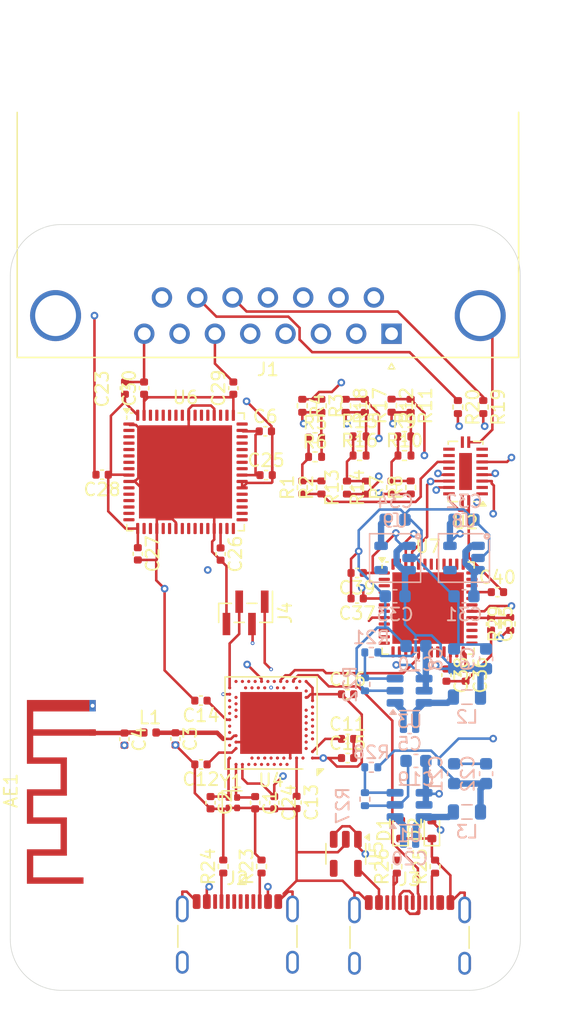
<source format=kicad_pcb>
(kicad_pcb (version 20241229) (generator "pcbnew") (generator_version "9.0")
  (layers (0 "F.Cu" signal) (4 "In1.Cu" signal) (6 "In2.Cu" signal) (8 "In3.Cu" signal) (10 "In4.Cu" signal) (2 "B.Cu" signal) (13 "F.Paste" user) (15 "B.Paste" user) (5 "F.SilkS" user "F.Silkscreen") (7 "B.SilkS" user "B.Silkscreen") (1 "F.Mask" user) (3 "B.Mask" user) (25 "Edge.Cuts" user))
  (net 0 "")
  (net 1 "Net-(U1-SW)")
  (net 2 "Net-(U1-CB)")
  (net 3 "+1V8")
  (net 4 "Net-(U1-FB)")
  (net 5 "/reset_b")
  (net 6 "/c_sel_inc")
  (net 7 "/c_rst_n")
  (net 8 "/c_ena")
  (net 9 "/RES2")
  (net 10 "/RES0")
  (net 11 "/RES1")
  (net 20 "/p_clk")
  (net 30 "/p_rst")
  (net 49 "GND")
  (net 50 "Net-(R1-Pad2)")
  (net 51 "Net-(R10-Pad1)")
  (net 52 "Net-(R13-Pad2)")
  (net 53 "Net-(AE1-A)")
  (net 54 "Net-(U4-XC2)")
  (net 67 "Net-(U4-XC1)")
  (net 72 "Net-(U4-ANT)")
  (net 97 "Net-(U3-CB)")
  (net 98 "Net-(U3-SW)")
  (net 99 "+3V3")
  (net 101 "/DEC1")
  (net 102 "/DEC3")
  (net 103 "/DEC4_6")
  (net 104 "/DEC5")
  (net 105 "/D+")
  (net 106 "/D-")
  (net 107 "Net-(J1-Pad14)")
  (net 108 "/VGA_R")
  (net 109 "/VGA_G")
  (net 110 "Net-(J1-Pad13)")
  (net 111 "/VGA_B")
  (net 112 "+5V")
  (net 113 "Net-(J2-CC2)")
  (net 114 "Net-(J2-CC1)")
  (net 115 "Net-(U5-OUT)")
  (net 116 "Net-(J3-CC2)")
  (net 117 "Net-(J3-CC1)")
  (net 118 "Net-(J4-Pin_2)")
  (net 119 "Net-(J4-Pin_1)")
  (net 120 "Net-(J4-Pin_3)")
  (net 121 "/R0")
  (net 122 "/R1")
  (net 123 "/G0")
  (net 124 "/G1")
  (net 125 "/B0")
  (net 126 "/B1")
  (net 127 "/HSYNC")
  (net 128 "/VSYNC")
  (net 129 "Net-(U3-FB)")
  (net 131 "/DECUSB")
  (net 151 "+1V2")
  (net 152 "+2V5")
  (net 153 "Net-(U7D-VCCPLL)")
  (net 154 "/FPGA_B1")
  (net 155 "/FPGA_B0")
  (net 156 "/FPGA_R0")
  (net 157 "/FPGA_G0")
  (net 158 "/FPGA_G1")
  (net 159 "/FPGA_R1")
  (net 160 "/FPGA_VSYNC")
  (net 161 "/FPGA_HSYNC")
  (net 162 "/FPGA_SI")
  (net 163 "/FPGA_SCK")
  (net 164 "/FPGA_SO")
  (net 165 "/CRESET")
  (net 166 "/ASIC_TX_MCU_RX")
  (net 167 "/FPGA_SS")
  (net 168 "/ASIC_RX_MCU_TX")
  (net 169 "/CDONE")
  (net 171 "/ASIC_TX_FPGA_RX")
  (net 172 "/ASIC_RX_FPGA_TX")
  (footprint "Capacitor_SMD:C_0402_1005Metric" (layer "F.Cu") (at 119.29 111.0175 -90)
    (property "Reference" "C26")
    (property "Value" "1u")
  )
  (footprint "Capacitor_SMD:C_0402_1005Metric" (layer "F.Cu") (at 115.75 125.5 -90)
    (property "Reference" "C3")
    (property "Value" "0.8p")
  )
  (footprint "Resistor_SMD:R_0402_1005Metric" (layer "F.Cu") (at 129.2 105.81 90)
    (property "Reference" "R13")
    (property "Value" "1.5k")
  )
  (footprint "Diode_SMD:D_SOD-523" (layer "F.Cu") (at 133.41 132.605 90)
    (property "Reference" "D1")
    (property "Value" "ESD5B5.0ST1G")
  )
  (footprint "Package_TO_SOT_SMD:SOT-23-5" (layer "F.Cu") (at 129.11 134.505 -90)
    (property "Reference" "U5")
    (property "Value" "MAX40200AUK")
  )
  (footprint "Capacitor_SMD:C_0402_1005Metric" (layer "F.Cu") (at 122 130.5 -90)
    (property "Reference" "C1")
    (property "Value" "12p")
  )
  (footprint "Resistor_SMD:R_0402_1005Metric" (layer "F.Cu") (at 142 116.49 90)
    (property "Reference" "R29")
    (property "Value" "100")
  )
  (footprint "Capacitor_SMD:C_0402_1005Metric" (layer "F.Cu") (at 129.25 127)
    (property "Reference" "C15")
    (property "Value" "1u")
  )
  (footprint "Resistor_SMD:R_0402_1005Metric" (layer "F.Cu") (at 133.11 135.505 90)
    (property "Reference" "R26")
    (property "Value" "5.1k")
  )
  (footprint "Resistor_SMD:R_0402_1005Metric" (layer "F.Cu") (at 125.7 99.4 -90)
    (property "Reference" "R4")
    (property "Value" "470")
  )
  (footprint "Capacitor_SMD:C_0402_1005Metric" (layer "F.Cu") (at 129.25 125.5)
    (property "Reference" "C11")
    (property "Value" "100n")
  )
  (footprint "Capacitor_SMD:C_0402_1005Metric" (layer "F.Cu") (at 137 120.5 -90)
    (property "Reference" "C38")
    (property "Value" "100n")
  )
  (footprint "Resistor_SMD:R_0402_1005Metric" (layer "F.Cu") (at 134.2 105.8 90)
    (property "Reference" "R8")
    (property "Value" "470")
  )
  (footprint "Resistor_SMD:R_0402_1005Metric" (layer "F.Cu") (at 130.69 105.81 90)
    (property "Reference" "R14")
    (property "Value" "470")
  )
  (footprint "Resistor_SMD:R_0402_1005Metric" (layer "F.Cu") (at 127.2 105.8 90)
    (property "Reference" "R2")
    (property "Value" "470")
  )
  (footprint "RF_Antenna:Texas_SWRA117D_2.4GHz_Left" (layer "F.Cu") (at 109.25 125 90)
    (property "Reference" "AE1")
    (property "Value" "Antenna")
  )
  (footprint "Inductor_SMD:L_0402_1005Metric" (layer "F.Cu") (at 113.75 125)
    (property "Reference" "L1")
    (property "Value" "4.7n")
  )
  (footprint "Resistor_SMD:R_0402_1005Metric" (layer "F.Cu") (at 133.7 101.8)
    (property "Reference" "R9")
    (property "Value" "470")
  )
  (footprint "Capacitor_SMD:C_0402_1005Metric" (layer "F.Cu") (at 122.8 101.4)
    (property "Reference" "C6")
    (property "Value" "1u")
  )
  (footprint "Capacitor_SMD:C_0402_1005Metric" (layer "F.Cu") (at 141 114)
    (property "Reference" "C40")
    (property "Value" "100n")
  )
  (footprint "Resistor_SMD:R_0402_1005Metric" (layer "F.Cu") (at 129.1 99.4 -90)
    (property "Reference" "R18")
    (property "Value" "470")
  )
  (footprint "Capacitor_SMD:C_0402_1005Metric" (layer "F.Cu") (at 118.5 130.5 -90)
    (property "Reference" "C2")
    (property "Value" "12p")
  )
  (footprint "Connector_USB:USB_C_Receptacle_GCT_USB4105-xx-A_16P_TopMnt_Horizontal" (layer "F.Cu") (at 134.11 142.005)
    (property "Reference" "J3")
    (property "Value" "USB_C_Receptacle_USB2.0_14P")
  )
  (footprint "Resistor_SMD:R_0402_1005Metric" (layer "F.Cu") (at 130.19 101.8)
    (property "Reference" "R15")
    (property "Value" "470")
  )
  (footprint "Package_DFN_QFN:Nordic_AQFN-73-1EP_7x7mm_P0.5mm" (layer "F.Cu") (at 123.25 124.25 180)
    (property "Reference" "U4")
    (property "Value" "nRF52840")
  )
  (footprint "Resistor_SMD:R_0402_1005Metric" (layer "F.Cu") (at 126.7 101.9)
    (property "Reference" "R5")
    (property "Value" "1.5k")
  )
  (footprint "Capacitor_SMD:C_0402_1005Metric" (layer "F.Cu") (at 113.29 98.0175 90)
    (property "Reference" "C30")
    (property "Value" "1u")
  )
  (footprint "Capacitor_SMD:C_0402_1005Metric" (layer "F.Cu") (at 117.75 122.5 180)
    (property "Reference" "C14")
    (property "Value" "860p")
  )
  (footprint "Capacitor_SMD:C_0402_1005Metric" (layer "F.Cu") (at 129.25 122)
    (property "Reference" "C16")
    (property "Value" "4.7u")
  )
  (footprint "Resistor_SMD:R_0402_1005Metric" (layer "F.Cu") (at 130.6 99.4 -90)
    (property "Reference" "R17")
    (property "Value" "1.5k")
  )
  (footprint "Capacitor_SMD:C_0402_1005Metric" (layer "F.Cu") (at 130 112.5 180)
    (property "Reference" "C39")
    (property "Value" "100n")
  )
  (footprint "Resistor_SMD:R_0402_1005Metric" (layer "F.Cu") (at 136.11 135.505 90)
    (property "Reference" "R25")
    (property "Value" "5.1k")
  )
  (footprint "Package_DFN_QFN:QFN-48-1EP_7x7mm_P0.5mm_EP5.6x5.6mm" (layer "F.Cu") (at 135.5625 115.25)
    (property "Reference" "U7")
    (property "Value" "ICE40UP5K-SG48ITR")
  )
  (footprint "Capacitor_SMD:C_0402_1005Metric" (layer "F.Cu") (at 111.79 98.0175 90)
    (property "Reference" "C23")
    (property "Value" "1u")
  )
  (footprint "Capacitor_SMD:C_0402_1005Metric" (layer "F.Cu") (at 138.5 120.5 -90)
    (property "Reference" "C36")
    (property "Value" "100n")
  )
  (footprint "Capacitor_SMD:C_0402_1005Metric" (layer "F.Cu") (at 123.5 130.5 -90)
    (property "Reference" "C24")
    (property "Value" "1u")
  )
  (footprint "Connector_Dsub:DSUB-15_Pins_Horizontal_P2.77x2.84mm_EdgePinOffset14.56mm_Housed_MountingHolesOffset15.98mm" (layer "F.Cu") (at 132.695 93.7553 180)
    (property "Reference" "J1")
    (property "Value" "DE15_Socket_HighDensity_MountingHoles")
  )
  (footprint "Capacitor_SMD:C_0402_1005Metric" (layer "F.Cu") (at 111.75 125.52 -90)
    (property "Reference" "C4")
    (property "Value" "0.5p")
  )
  (footprint "Package_DFN_QFN:QFN-64-1EP_9x9mm_P0.5mm_EP7.3x7.3mm" (layer "F.Cu") (at 116.54 104.58)
    (property "Reference" "U6")
    (property "Value" "Enplas QFN-64BT-0.5-01")
  )
  (footprint "Resistor_SMD:R_0402_1005Metric" (layer "F.Cu") (at 119.5 135.5 90)
    (property "Reference" "R24")
    (property "Value" "5.1k")
  )
  (footprint "Diode_SMD:D_SOD-523" (layer "F.Cu") (at 135.86 132.605 90)
    (property "Reference" "D2")
    (property "Value" "ESD5B5.0ST1G")
  )
  (footprint "Capacitor_SMD:C_0402_1005Metric" (layer "F.Cu") (at 125.25 130.48 -90)
    (property "Reference" "C13")
    (property "Value" "1u")
  )
  (footprint "Resistor_SMD:R_0402_1005Metric" (layer "F.Cu") (at 130.19 103.3)
    (property "Reference" "R16")
    (property "Value" "1.5k")
  )
  (footprint "Crystal:Crystal_SMD_1210-4Pin_1.2x1.0mm" (layer "F.Cu") (at 120.25 130.5)
    (property "Reference" "Y1")
    (property "Value" "32Mhz")
  )
  (footprint "Capacitor_SMD:C_0402_1005Metric" (layer "F.Cu") (at 112.8 111 -90)
    (property "Reference" "C27")
    (property "Value" "1u")
  )
  (footprint "Resistor_SMD:R_0402_1005Metric" (layer "F.Cu") (at 139.89 99.5 -90)
    (property "Reference" "R19")
    (property "Value" "50")
  )
  (footprint "Resistor_SMD:R_0402_1005Metric" (layer "F.Cu") (at 126.7 103.4)
    (property "Reference" "R6")
    (property "Value" "470")
  )
  (footprint "Package_DFN_QFN:WQFN-20-1EP_2.5x4.5mm_P0.5mm_EP1x2.9mm" (layer "F.Cu") (at 138.5 104.55 180)
    (property "Reference" "U2")
    (property "Value" "74AHC244")
  )
  (footprint "Capacitor_SMD:C_0402_1005Metric" (layer "F.Cu") (at 122.8616 104.8321)
    (property "Reference" "C25")
    (property "Value" "1u")
  )
  (footprint "Capacitor_SMD:C_0402_1005Metric" (layer "F.Cu") (at 110 104.8 180)
    (property "Reference" "C28")
    (property "Value" "1u")
  )
  (footprint "Resistor_SMD:R_0402_1005Metric" (layer "F.Cu") (at 133.71 103.3)
    (property "Reference" "R10")
    (property "Value" "1.5k")
  )
  (footprint "Resistor_SMD:R_0402_1005Metric" (layer "F.Cu") (at 132.7 99.39 -90)
    (property "Reference" "R12")
    (property "Value" "470")
  )
  (footprint "Resistor_SMD:R_0402_1005Metric" (layer "F.Cu") (at 125.7 105.8 90)
    (property "Reference" "R1")
    (property "Value" "1.5k")
  )
  (footprint "Resistor_SMD:R_0402_1005Metric" (layer "F.Cu") (at 122.5 135.5 90)
    (property "Reference" "R23")
    (property "Value" "5.1k")
  )
  (footprint "Resistor_SMD:R_0402_1005Metric" (layer "F.Cu") (at 132.7 105.8 90)
    (property "Reference" "R7")
    (property "Value" "1.5k")
  )
  (footprint "Resistor_SMD:R_0402_1005Metric" (layer "F.Cu") (at 134.19 99.4 -90)
    (property "Reference" "R11")
    (property "Value" "1.5k")
  )
  (footprint "Connector_PinHeader_1.00mm:PinHeader_1x04_P1.00mm_Vertical_SMD_Pin1Left" (layer "F.Cu") (at 121.25 115.625 -90)
    (property "Reference" "J4")
    (property "Value" "Conn_01x04_Pin")
  )
  (footprint "Resistor_SMD:R_0402_1005Metric" (layer "F.Cu") (at 127.19 99.4 -90)
    (property "Reference" "R3")
    (property "Value" "1.5k")
  )
  (footprint "Connector_USB:USB_C_Receptacle_GCT_USB4105-xx-A_16P_TopMnt_Horizontal" (layer "F.Cu") (at 120.61 141.925)
    (property "Reference" "J2")
    (property "Value" "USB_C_Receptacle_USB2.0_14P")
  )
  (footprint "Resistor_SMD:R_0402_1005Metric" (layer "F.Cu") (at 137.9 99.5 -90)
    (property "Reference" "R20")
    (property "Value" "50")
  )
  (footprint "Capacitor_SMD:C_0402_1005Metric" (layer "F.Cu") (at 130 114.5 180)
    (property "Reference" "C37")
    (property "Value" "100n")
  )
  (footprint "Capacitor_SMD:C_0402_1005Metric" (layer "F.Cu") (at 117.75 127.5 180)
    (property "Reference" "C12")
    (property "Value" "100p")
  )
  (footprint "Capacitor_SMD:C_0402_1005Metric" (layer "F.Cu") (at 140.5 116.5 -90)
    (property "Reference" "C35")
    (property "Value" "100n")
  )
  (footprint "Capacitor_SMD:C_0402_1005Metric" (layer "F.Cu") (at 120.29 98.0175 90)
    (property "Reference" "C29")
    (property "Value" "1u")
  )
  (footprint "Capacitor_SMD:C_0603_1608Metric" (layer "B.Cu") (at 132.975 108.325 180)
    (property "Reference" "C34")
    (property "Value" "10u")
  )
  (footprint "Capacitor_SMD:C_0603_1608Metric" (layer "B.Cu") (at 137.6 128.225 -90)
    (property "Reference" "C21")
    (property "Value" "10u")
  )
  (footprint "Capacitor_SMD:C_0603_1608Metric" (layer "B.Cu") (at 140.11 128.225 -90)
    (property "Reference" "C22")
    (property "Value" "10u")
  )
  (footprint "PCM_Package_TO_SOT_SMD_AKL:SOT-23-5" (layer "B.Cu") (at 132.975 111.325 180)
    (property "Reference" "U9")
    (property "Value" "AP2127K-2.5TRG1" (hide yes))
  )
  (footprint "Package_TO_SOT_SMD:SOT-23-6" (layer "B.Cu") (at 134.11 121.725)
    (property "Reference" "U3")
    (property "Value" "LMR16006YQ5")
  )
  (footprint "Capacitor_SMD:C_0402_1005Metric" (layer "B.Cu") (at 134.11 124.725)
    (property "Reference" "C5")
    (property "Value" "100n")
  )
  (footprint "Resistor_SMD:R_0402_1005Metric" (layer "B.Cu") (at 130.61 130.225 -90)
    (property "Reference" "R27")
    (property "Value" "68.1k")
  )
  (footprint "Capacitor_SMD:C_0603_1608Metric" (layer "B.Cu") (at 132.975 114.325)
    (property "Reference" "C33")
    (property "Value" "10u")
  )
  (footprint "PCM_Package_TO_SOT_SMD_AKL:SOT-23-5" (layer "B.Cu") (at 138.375 111.325 180)
    (property "Reference" "U8")
    (property "Value" "AP2127K-1.2TRG1" (hide yes))
  )
  (footprint "Capacitor_SMD:C_0402_1005Metric" (layer "B.Cu") (at 134.11 133.725)
    (property "Reference" "C20")
    (property "Value" "100n")
  )
  (footprint "Resistor_SMD:R_0402_1005Metric" (layer "B.Cu") (at 131.11 127.725 180)
    (property "Reference" "R28")
    (property "Value" "93.1k")
  )
  (footprint "Inductor_SMD:L_0805_2012Metric" (layer "B.Cu") (at 138.61 122.225)
    (property "Reference" "L2")
    (property "Value" "10u")
  )
  (footprint "Capacitor_SMD:C_0603_1608Metric" (layer "B.Cu") (at 137.6 119.225 -90)
    (property "Reference" "C8")
    (property "Value" "10u")
  )
  (footprint "Capacitor_SMD:C_0603_1608Metric" (layer "B.Cu") (at 134.61 118.225)
    (property "Reference" "C10")
    (property "Value" "2.2u")
  )
  (footprint "Capacitor_SMD:C_0603_1608Metric" (layer "B.Cu") (at 140.11 119.225 -90)
    (property "Reference" "C9")
    (property "Value" "10u")
  )
  (footprint "Capacitor_SMD:C_0603_1608Metric" (layer "B.Cu") (at 138.375 108.325 180)
    (property "Reference" "C32")
    (property "Value" "10u")
  )
  (footprint "Capacitor_SMD:C_0603_1608Metric" (layer "B.Cu") (at 134.61 127.225)
    (property "Reference" "C19")
    (property "Value" "2.2u")
  )
  (footprint "Capacitor_SMD:C_0603_1608Metric" (layer "B.Cu") (at 138.375 114.325)
    (property "Reference" "C31")
    (property "Value" "10u")
  )
  (footprint "Package_TO_SOT_SMD:SOT-23-6" (layer "B.Cu") (at 134.11 130.67)
    (property "Reference" "U1")
    (property "Value" "LMR16006YQ5")
  )
  (footprint "Inductor_SMD:L_0805_2012Metric" (layer "B.Cu") (at 138.61 131.225)
    (property "Reference" "L3")
    (property "Value" "10u")
  )
  (footprint "Resistor_SMD:R_0402_1005Metric" (layer "B.Cu") (at 131.11 118.725 180)
    (property "Reference" "R21")
    (property "Value" "100k")
  )
  (footprint "Resistor_SMD:R_0402_1005Metric" (layer "B.Cu") (at 130.61 121.225 -90)
    (property "Reference" "R22")
    (property "Value" "30.1k")
  )
  (gr_arc (start 138.8 85.2) (mid 141.628427 86.371573) (end 142.8 89.2) (stroke (width 0.05)) (layer "Edge.Cuts"))
  (gr_line (start 138.8 145.2) (end 106.8 145.2) (stroke (width 0.05)) (layer "Edge.Cuts"))
  (gr_arc (start 106.8 145.2) (mid 103.971573 144.028427) (end 102.8 141.2) (stroke (width 0.05)) (layer "Edge.Cuts"))
  (gr_line (start 142.8 89.2) (end 142.8 141.2) (stroke (width 0.05)) (layer "Edge.Cuts"))
  (gr_arc (start 142.8 141.2) (mid 141.628427 144.028427) (end 138.8 145.2) (stroke (width 0.05)) (layer "Edge.Cuts"))
  (gr_line (start 102.8 141.2) (end 102.8 89.2) (stroke (width 0.05)) (layer "Edge.Cuts"))
  (gr_line (start 106.8 85.2) (end 138.8 85.2) (stroke (width 0.05)) (layer "Edge.Cuts"))
  (gr_arc (start 102.8 89.2) (mid 103.971573 86.371573) (end 106.8 85.2) (stroke (width 0.05)) (layer "Edge.Cuts"))
  (segment (start 137.5475 131.225) (end 137.5475 131.2254) (width 0.2) (layer "B.Cu") (net 1))
  (segment (start 135.2475 131.62) (end 135.248 131.62) (width 0.2) (layer "B.Cu") (net 1))
  (segment (start 137.548 131.225) (end 137.5248 131.2481) (width 0.5) (layer "B.Cu") (net 1))
  (segment (start 134.59 132.278) (end 135.248 131.62) (width 0.5) (layer "B.Cu") (net 1))
  (segment (start 137.5248 131.2481) (end 137.152 131.62) (width 0.5) (layer "B.Cu") (net 1))
  (segment (start 134.59 133.725) (end 134.59 132.278) (width 0.5) (layer "B.Cu") (net 1))
  (segment (start 137.5475 131.2254) (end 137.5248 131.2481) (width 0.2) (layer "B.Cu") (net 1))
  (segment (start 137.152 131.62) (end 135.248 131.62) (width 0.5) (layer "B.Cu") (net 1))
  (segment (start 133.63 132.278) (end 132.9723 131.6202) (width 0.5) (layer "B.Cu") (net 2))
  (segment (start 132.9725 131.62) (end 132.9723 131.6202) (width 0.2) (layer "B.Cu") (net 2))
  (segment (start 133.63 133.725) (end 133.63 132.278) (width 0.5) (layer "B.Cu") (net 2))
  (segment (start 132.9723 131.6202) (end 132.972 131.62) (width 0.5) (layer "B.Cu") (net 2))
  (segment (start 120.29 98.7337) (end 120.29 100.142) (width 0.2) (layer "F.Cu") (net 3))
  (segment (start 120.29 98.7337) (end 113.6074 98.7337) (width 0.2) (layer "F.Cu") (net 3))
  (segment (start 120.29 98.4975) (end 120.29 98.7337) (width 0.2) (layer "F.Cu") (net 3))
  (segment (start 113.29 98.4975) (end 113.29 99.0511) (width 0.2) (layer "F.Cu") (net 3))
  (segment (start 113.29 100.1425) (end 113.29 100.142) (width 0.2) (layer "F.Cu") (net 3))
  (segment (start 113.29 99.0511) (end 113.29 100.142) (width 0.2) (layer "F.Cu") (net 3))
  (segment (start 120.29 100.1425) (end 120.29 100.142) (width 0.2) (layer "F.Cu") (net 3))
  (segment (start 113.6074 98.7337) (end 113.29 99.0511) (width 0.2) (layer "F.Cu") (net 3))
  (via (at 140.667 125.4779) (size 0.6) (drill 0.3) (layers "F.Cu" "B.Cu") (net 3))
  (segment (start 138.494 111.746) (end 138.494 110.826) (width 0.5) (layer "B.Cu") (net 3))
  (segment (start 139.15 114.325) (end 139.15 112.6) (width 0.5) (layer "B.Cu") (net 3))
  (segment (start 139.672 130.3315) (end 139.672 129.438) (width 0.5) (layer "B.Cu") (net 3))
  (segment (start 139.672 130.3315) (end 139.6725 130.332) (width 0.2) (layer "B.Cu") (net 3))
  (segment (start 138.945 110.375) (end 139.475 110.375) (width 0.5) (layer "B.Cu") (net 3))
  (segment (start 135.8032 126.4216) (end 136.4079 127.0263) (width 0.2) (layer "B.Cu") (net 3))
  (segment (start 132.9234 126.4216) (end 135.8032 126.4216) (width 0.2) (layer "B.Cu") (net 3))
  (segment (start 139.672 131.225) (end 139.672 130.3315) (width 0.5) (layer "B.Cu") (net 3))
  (segment (start 136.4079 127.5008) (end 136.4079 127.0263) (width 0.2) (layer "B.Cu") (net 3))
  (segment (start 137.9563 125.4779) (end 140.667 125.4779) (width 0.2) (layer "B.Cu") (net 3))
  (segment (start 136.4079 127.0263) (end 137.9563 125.4779) (width 0.2) (layer "B.Cu") (net 3))
  (segment (start 139.15 112.6) (end 139.475 112.275) (width 0.5) (layer "B.Cu") (net 3))
  (segment (start 138.494 110.826) (end 138.945 110.375) (width 0.5) (layer "B.Cu") (net 3))
  (segment (start 139.023 112.275) (end 138.494 111.746) (width 0.5) (layer "B.Cu") (net 3))
  (segment (start 137.9071 129) (end 136.4079 127.5008) (width 0.2) (layer "B.Cu") (net 3))
  (segment (start 139.672 129.438) (end 140.11 129) (width 0.5) (layer "B.Cu") (net 3))
  (segment (start 131.62 127.725) (end 132.9234 126.4216) (width 0.2) (layer "B.Cu") (net 3))
  (segment (start 137.9071 129) (end 137.6 129) (width 0.5) (layer "B.Cu") (net 3))
  (segment (start 139.6725 130.332) (end 139.6725 131.225) (width 0.2) (layer "B.Cu") (net 3))
  (segment (start 140.11 129) (end 137.9071 129) (width 0.5) (layer "B.Cu") (net 3))
  (segment (start 139.475 112.275) (end 139.023 112.275) (width 0.5) (layer "B.Cu") (net 3))
  (segment (start 132.9725 129.72) (end 132.9675 129.715) (width 0.2) (layer "B.Cu") (net 4))
  (segment (start 132.9675 129.715) (end 131.0493 129.715) (width 0.2) (layer "B.Cu") (net 4))
  (segment (start 130.61 129.715) (end 131.0493 129.715) (width 0.2) (layer "B.Cu") (net 4))
  (segment (start 131.0493 129.715) (end 132.968 129.715) (width 0.2) (layer "B.Cu") (net 4))
  (segment (start 130.61 127.735) (end 130.6 127.725) (width 0.2) (layer "B.Cu") (net 4))
  (segment (start 130.61 129.715) (end 130.61 127.735) (width 0.2) (layer "B.Cu") (net 4))
  (segment (start 132.968 129.715) (end 132.972 129.72) (width 0.2) (layer "B.Cu") (net 4))
  (segment (start 122.5 120.7934) (end 121.3743 119.6677) (width 0.2) (layer "F.Cu") (net 11))
  (segment (start 122.5 121) (end 122.5 120.7934) (width 0.2) (layer "F.Cu") (net 11))
  (via (at 121.3743 119.6677) (size 0.6) (drill 0.3) (layers "F.Cu" "B.Cu") (net 11))
  (via (at 118.2843 112.2632) (size 0.6) (drill 0.3) (layers "F.Cu" "B.Cu") (net 11))
  (segment (start 133.41 133.305) (end 135.86 133.305) (width 0.2) (layer "F.Cu") (net 49))
  (segment (start 116.7901 100.1425) (end 116.7901 99.6618) (width 0.2) (layer "F.Cu") (net 49))
  (segment (start 112.6286 105.2569) (end 112.5877 105.2569) (width 0.2) (layer "F.Cu") (net 49))
  (segment (start 119.75 111.9575) (end 119.29 111.4975) (width 0.2) (layer "F.Cu") (net 49))
  (segment (start 124.5979 137.4683) (end 124.2554 137.8108) (width 0.2) (layer "F.Cu") (net 49))
  (segment (start 122 130.98) (end 123.5 130.98) (width 0.2) (layer "F.Cu") (net 49))
  (segment (start 119.915 130.91) (end 120.585 130.91) (width 0.2) (layer "F.Cu") (net 49))
  (segment (start 112.8419 105.0537) (end 112.6402 105.2554) (width 0.2) (layer "F.Cu") (net 49))
  (segment (start 118.5355 99.3803) (end 118.79 99.6348) (width 0.2) (layer "F.Cu") (net 49))
  (segment (start 109.4001 104.6801) (end 109.4001 92.3353) (width 0.2) (layer "F.Cu") (net 49))
  (segment (start 129.79 137.5483) (end 128.8544 136.6127) (width 0.2) (layer "F.Cu") (net 49))
  (segment (start 112.6483 100.9031) (end 112.8419 101.0967) (width 0.2) (layer "F.Cu") (net 49))
  (segment (start 117.27 129.75) (end 118.5 130.98) (width 0.2) (layer "F.Cu") (net 49))
  (segment (start 113.305 93.7553) (end 113.29 93.7703) (width 0.2) (layer "F.Cu") (net 49))
  (segment (start 140.602 101.2709) (end 140.602 93.2873) (width 0.2) (layer "F.Cu") (net 49))
  (segment (start 115.79 109.0175) (end 115.79 108.5529) (width 0.2) (layer "F.Cu") (net 49))
  (segment (start 138.75 107.6062) (end 138.75 111.27) (width 0.2) (layer "F.Cu") (net 49))
  (segment (start 118.79 109.8822) (end 118.79 109.0175) (width 0.2) (layer "F.Cu") (net 49))
  (segment (start 114.29 107.0563) (end 114.29 108.2781) (width 0.2) (layer "F.Cu") (net 49))
  (segment (start 124.2554 137.8108) (end 124.2443 137.8108) (width 0.2) (layer "F.Cu") (net 49))
  (segment (start 118.5 130.98) (end 119.5 130.98) (width 0.2) (layer "F.Cu") (net 49))
  (segment (start 112.8419 101.0967) (end 112.8419 105.0537) (width 0.2) (layer "F.Cu") (net 49))
  (segment (start 114.29 111.4342) (end 114.2442 111.48) (width 0.2) (layer "F.Cu") (net 49))
  (segment (start 118.6306 110.8381) (end 118.6306 110.0416) (width 0.2) (layer "F.Cu") (net 49))
  (segment (start 123.3416 104.2198) (end 123.3415 104.2198) (width 0.2) (layer "F.Cu") (net 49))
  (segment (start 111.79 97.5375) (end 113.29 97.5375) (width 0.2) (layer "F.Cu") (net 49))
  (segment (start 120.5 125.75) (end 121.75 125.75) (width 0.2) (layer "F.Cu") (net 49))
  (segment (start 124.2442 137.8107) (end 124.2442 137.6185) (width 0.2) (layer "F.Cu") (net 49))
  (segment (start 113.29 93.7703) (end 113.29 97.5375) (width 0.2) (layer "F.Cu") (net 49))
  (segment (start 138.006 107.6062) (end 138.75 107.6062) (width 0.2) (layer "F.Cu") (net 49))
  (segment (start 128.4838 134.3793) (end 129.11 133.7531) (width 0.2) (layer "F.Cu") (net 49))
  (segment (start 115.75 125.98) (end 117.27 127.5) (width 0.2) (layer "F.Cu") (net 49))
  (segment (start 119.29 111.4975) (end 118.6306 110.8381) (width 0.2) (layer "F.Cu") (net 49))
  (segment (start 114.9006 120.1306) (end 114.9006 113.7315) (width 0.2) (layer "F.Cu") (net 49))
  (segment (start 112.1756 100.9031) (end 112.6483 100.9031) (width 0.2) (layer "F.Cu") (net 49))
  (segment (start 129.79 138.9) (end 129.79 137.5483) (width 0.2) (layer "F.Cu") (net 49))
  (segment (start 123.5 130.98) (end 125.23 130.98) (width 0.2) (layer "F.Cu") (net 49))
  (segment (start 124.2442 137.6185) (end 125.25 136.6127) (width 0.2) (layer "F.Cu") (net 49))
  (segment (start 114.2442 113.0751) (end 114.9006 113.7315) (width 0.2) (layer "F.Cu") (net 49))
  (segment (start 119.5 134.99) (end 119.5 130.98) (width 0.2) (layer "F.Cu") (net 49))
  (segment (start 135.86 134.745) (end 135.86 133.305) (width 0.2) (layer "F.Cu") (net 49))
  (segment (start 129.73 125.5) (end 129.73 127) (width 0.2) (layer "F.Cu") (net 49))
  (segment (start 119.5 130.98) (end 119.845 130.98) (width 0.2) (layer "F.Cu") (net 49))
  (segment (start 118.6306 110.0416) (end 118.79 109.8822) (width 0.2) (layer "F.Cu") (net 49))
  (segment (start 123.283 105.4428) (end 122.7064 105.4428) (width 0.2) (layer "F.Cu") (net 49))
  (segment (start 129.11 133.7531) (end 129.11 133.3675) (width 0.2) (layer "F.Cu") (net 49))
  (segment (start 112.5877 105.2569) (end 112.5637 105.2809) (width 0.2) (layer "F.Cu") (net 49))
  (segment (start 122 134.49) (end 122 130.98) (width 0.2) (layer "F.Cu") (net 49))
  (segment (start 123.3415 101.4615) (end 123.28 101.4) (width 0.2) (layer "F.Cu") (net 49))
  (segment (start 112.1025 105.33) (end 112.5637 105.33) (width 0.2) (layer "F.Cu") (net 49))
  (segment (start 125.25 134.3793) (end 125.25 136.6127) (width 0.2) (layer "F.Cu") (net 49))
  (segment (start 140.5 118.98) (end 140.5 116.98) (width 0.2) (layer "F.Cu") (net 49))
  (segment (start 138.75 107.2258) (end 138.75 107.6062) (width 0.2) (layer "F.Cu") (net 49))
  (segment (start 129.52 112.5) (end 129.52 114.5) (width 0.2) (layer "F.Cu") (net 49))
  (segment (start 138.5 120.98) (end 140.5 118.98) (width 0.2) (layer "F.Cu") (net 49))
  (segment (start 124.2443 137.8107) (end 124.2442 137.8107) (width 0.2) (layer "F.Cu") (net 49))
  (segment (start 116.6333 137.4683) (end 116.29 137.4683) (width 0.2) (layer "F.Cu") (net 49))
  (segment (start 116.29 138.82) (end 116.29 137.4683) (width 0.2) (layer "F.Cu") (net 49))
  (segment (start 114.29 109.0175) (end 114.29 111.4342) (width 0.2) (layer "F.Cu") (net 49))
  (segment (start 115.5152 108.2781) (end 114.29 108.2781) (width 0.2) (layer "F.Cu") (net 49))
  (segment (start 123.3414 105.3844) (end 123.283 105.4428) (width 0.2) (layer "F.Cu") (net 49))
  (segment (start 124.2443 137.8108) (end 124.2443 137.8107) (width 0.2) (layer "F.Cu") (net 49))
  (segment (start 136.11 134.995) (end 135.86 134.745) (width 0.2) (layer "F.Cu") (net 49))
  (segment (start 120.9775 105.83) (end 120.9775 105.33) (width 0.2) (layer "F.Cu") (net 49))
  (segment (start 123.3416 104.8321) (end 123.3416 104.2198) (width 0.2) (layer "F.Cu") (net 49))
  (segment (start 138.75 111.27) (end 141.48 114) (width 0.2) (layer "F.Cu") (net 49))
  (segment (start 118.79 106.83) (end 116.54 104.58) (width 0.2) (layer "F.Cu") (net 49))
  (segment (start 116.79 100.1425) (end 116.7901 100.1425) (width 0.2) (layer "F.Cu") (net 49))
  (segment (start 138.0867 137.5483) (end 138.43 137.5483) (width 0.2) (layer "F.Cu") (net 49))
  (segment (start 138.75 102.25) (end 139.6229 102.25) (width 0.2) (layer "F.Cu") (net 49))
  (segment (start 112.6402 105.2554) (end 112.6301 105.2554) (width 0.2) (layer "F.Cu") (net 49))
  (segment (start 122.7049 105.4443) (end 121.3662 105.4443) (width 0.2) (layer "F.Cu") (net 49))
  (segment (start 124.2443 137.8107) (end 123.81 138.245) (width 0.2) (layer "F.Cu") (net 49))
  (segment (start 137.31 138.325) (end 138.0867 137.5483) (width 0.2) (layer "F.Cu") (net 49))
  (segment (start 125.25 130.96) (end 125.25 134.3793) (width 0.2) (layer "F.Cu") (net 49))
  (segment (start 117.41 138.245) (end 116.6333 137.4683) (width 0.2) (layer "F.Cu") (net 49))
  (segment (start 119.845 130.98) (end 119.915 130.91) (width 0.2) (layer "F.Cu") (net 49))
  (segment (start 121.75 125.75) (end 123.25 124.25) (width 0.2) (layer "F.Cu") (net 49))
  (segment (start 112.6301 105.2554) (end 112.6286 105.2569) (width 0.2) (layer "F.Cu") (net 49))
  (segment (start 112.8 111.48) (end 114.2442 111.48) (width 0.2) (layer "F.Cu") (net 49))
  (segment (start 122.7064 105.4428) (end 122.7049 105.4443) (width 0.2) (layer "F.Cu") (net 49))
  (segment (start 112.5637 105.33) (end 114.29 107.0563) (width 0.2) (layer "F.Cu") (net 49))
  (segment (start 137.2 106.3) (end 137.2 106.8002) (width 0.2) (layer "F.Cu") (net 49))
  (segment (start 121.3662 105.4443) (end 121.3661 105.4442) (width 0.2) (layer "F.Cu") (net 49))
  (segment (start 118.79 99.6348) (end 118.79 100.1425) (width 0.2) (layer "F.Cu") (net 49))
  (segment (start 119.75 116.5) (end 119.75 111.9575) (width 0.2) (layer "F.Cu") (net 49))
  (segment (start 120.585 130.91) (end 121.93 130.91) (width 0.2) (layer "F.Cu") (net 49))
  (segment (start 137.31 136.195) (end 137.31 138.325) (width 0.2) (layer "F.Cu") (net 49))
  (segment (start 128.8544 136.6127) (end 125.25 136.6127) (width 0.2) (layer "F.Cu") (net 49))
  (segment (start 112.5637 105.2809) (end 112.5637 105.33) (width 0.2) (layer "F.Cu") (net 49))
  (segment (start 114.29 108.2781) (end 114.29 109.0175) (width 0.2) (layer "F.Cu") (net 49))
  (segment (start 115.5152 105.6048) (end 115.5152 108.2781) (width 0.2) (layer "F.Cu") (net 49))
  (segment (start 123.3415 104.2198) (end 123.3414 104.2199) (width 0.2) (layer "F.Cu") (net 49))
  (segment (start 117.27 122.5) (end 114.9006 120.1306) (width 0.2) (layer "F.Cu") (net 49))
  (segment (start 123.3415 104.2198) (end 123.3415 101.4615) (width 0.2) (layer "F.Cu") (net 49))
  (segment (start 124.75 125.75) (end 124.75 127) (width 0.2) (layer "F.Cu") (net 49))
  (segment (start 116.79 104.33) (end 116.54 104.58) (width 0.2) (layer "F.Cu") (net 49))
  (segment (start 114.2442 111.48) (end 114.2442 113.0751) (width 0.2) (layer "F.Cu") (net 49))
  (segment (start 116.54 104.58) (end 115.5152 105.6048) (width 0.2) (layer "F.Cu") (net 49))
  (segment (start 117.0716 99.3803) (end 118.5355 99.3803) (width 0.2) (layer "F.Cu") (net 49))
  (segment (start 123.25 124.25) (end 124.75 125.75) (width 0.2) (layer "F.Cu") (net 49))
  (segment (start 125.23 130.98) (end 125.25 130.96) (width 0.2) (layer "F.Cu") (net 49))
  (segment (start 138.5 120.98) (end 137 120.98) (width 0.2) (layer "F.Cu") (net 49))
  (segment (start 121.3633 105.4442) (end 120.9775 105.83) (width 0.2) (layer "F.Cu") (net 49))
  (segment (start 130.1333 137.5483) (end 129.79 137.5483) (width 0.2) (layer "F.Cu") (net 49))
  (segment (start 129.52 111.3967) (end 130.1218 110.7949) (width 0.2) (layer "F.Cu") (net 49))
  (segment (start 124.93 138.82) (end 124.93 137.4683) (width 0.2) (layer "F.Cu") (net 49))
  (segment (start 138.75 106.85) (end 138.75 107.2258) (width 0.2) (layer "F.Cu") (net 49))
  (segment (start 118.845 93.7553) (end 118.845 96.0925) (width 0.2) (layer "F.Cu") (net 49))
  (segment (start 116.7901 99.6618) (end 117.0716 99.3803) (width 0.2) (layer "F.Cu") (net 49))
  (segment (start 112.1025 100.83) (end 112.1756 100.9031) (width 0.2) (layer "F.Cu") (net 49))
  (segment (start 140.602 93.2873) (end 139.65 92.3353) (width 0.2) (layer "F.Cu") (net 49))
  (segment (start 139.6229 102.25) (end 140.602 101.2709) (width 0.2) (layer "F.Cu") (net 49))
  (segment (start 123.3414 104.2199) (end 123.3414 105.3844) (width 0.2) (layer "F.Cu") (net 49))
  (segment (start 129.52 112.5) (end 129.52 111.3967) (width 0.2) (layer "F.Cu") (net 49))
  (segment (start 125.25 134.3793) (end 128.4838 134.3793) (width 0.2) (layer "F.Cu") (net 49))
  (segment (start 130.91 138.325) (end 130.1333 137.5483) (width 0.2) (layer "F.Cu") (net 49))
  (segment (start 123.28 101.4) (end 123.28 101.0004) (width 0.2) (layer "F.Cu") (net 49))
  (segment (start 121.93 130.91) (end 122 130.98) (width 0.2) (layer "F.Cu") (net 49))
  (segment (start 136.11 134.995) (end 137.31 136.195) (width 0.2) (layer "F.Cu") (net 49))
  (segment (start 117.27 127.5) (end 117.27 129.75) (width 0.2) (layer "F.Cu") (net 49))
  (segment (start 116.79 100.1425) (end 116.79 104.33) (width 0.2) (layer "F.Cu") (net 49))
  (segment (start 121.3661 105.4442) (end 121.3633 105.4442) (width 0.2) (layer "F.Cu") (net 49))
  (segment (start 137.2 106.8002) (end 138.006 107.6062) (width 0.2) (layer "F.Cu") (net 49))
  (segment (start 138.43 138.9) (end 138.43 137.5483) (width 0.2) (layer "F.Cu") (net 49))
  (segment (start 118.845 96.0925) (end 120.29 97.5375) (width 0.2) (layer "F.Cu") (net 49))
  (segment (start 123.28 101.0004) (end 121.3281 99.0485) (width 0.2) (layer "F.Cu") (net 49))
  (segment (start 122.5 134.99) (end 122 134.49) (width 0.2) (layer "F.Cu") (net 49))
  (segment (start 115.79 108.5529) (end 115.5152 108.2781) (width 0.2) (layer "F.Cu") (net 49))
  (segment (start 109.52 104.8) (end 109.4001 104.6801) (width 0.2) (layer "F.Cu") (net 49))
  (segment (start 124.93 137.4683) (end 124.5979 137.4683) (width 0.2) (layer "F.Cu") (net 49))
  (segment (start 118.79 109.0175) (end 118.79 106.83) (width 0.2) (layer "F.Cu") (net 49))
  (via (at 121.3281 99.0485) (size 0.6) (drill 0.3) (layers "F.Cu" "B.Cu") (net 49))
  (via (at 130.1218 110.7949) (size 0.6) (drill 0.3) (layers "F.Cu" "B.Cu") (net 49))
  (via (at 109.4001 92.3353) (size 0.6) (drill 0.3) (layers "F.Cu" "B.Cu") (net 49))
  (via (at 115.75 125.98) (size 0.6) (drill 0.3) (layers "F.Cu" "B.Cu") (net 49))
  (via (at 114.9006 113.7315) (size 0.6) (drill 0.3) (layers "F.Cu" "B.Cu") (net 49))
  (via (at 111.75 126) (size 0.6) (drill 0.3) (layers "F.Cu" "B.Cu") (net 49))
  (segment (start 132.972 130.67) (end 132.9725 130.67) (width 0.2) (layer "B.Cu") (net 49))
  (segment (start 130.62 121.725) (end 130.61 121.735) (width 0.2) (layer "B.Cu") (net 49))
  (segment (start 133.75 108.325) (end 133.75 107.8875) (width 0.2) (layer "B.Cu") (net 49))
  (segment (start 129.9617 118.3999) (end 131.58 116.7816) (width 0.2) (layer "B.Cu") (net 49))
  (segment (start 137.6 127.45) (end 140.11 127.45) (width 0.2) (layer "B.Cu") (net 49))
  (segment (start 134.1208 107.5167) (end 138.3417 107.5167) (width 0.2) (layer "B.Cu") (net 49))
  (segment (start 131.752 107.533) (end 130.1218 109.1632) (width 0.2) (layer "B.Cu") (net 49))
  (segment (start 131.58 116.7816) (end 132.2 116.7816) (width 0.2) (layer "B.Cu") (net 49))
  (segment (start 130.6685 121.725) (end 129.9617 121.0182) (width 0.2) (layer "B.Cu") (net 49))
  (segment (start 132.9725 121.725) (end 131.0715 121.725) (width 0.2) (layer "B.Cu") (net 49))
  (segment (start 132.3916 116.7816) (end 133.835 118.225) (width 0.2) (layer "B.Cu") (net 49))
  (segment (start 139.7686 118.1086) (end 140.11 118.45) (width 0.2) (layer "B.Cu") (net 49))
  (segment (start 133.3955 107.533) (end 131.752 107.533) (width 0.2) (layer "B.Cu") (net 49))
  (segment (start 130.1218 112.2468) (end 132.2 114.325) (width 0.2) (layer "B.Cu") (net 49))
  (segment (start 134.6 111.325) (end 135.0435 110.8815) (width 0.2) (layer "B.Cu") (net 49))
  (segment (start 140.3477 110.7284) (end 139.7511 111.325) (width 0.2) (layer "B.Cu") (net 49))
  (segment (start 130.1218 109.1632) (end 130.1218 110.7949) (width 0.2) (layer "B.Cu") (net 49))
  (segment (start 140.3477 109.5227) (end 140.3477 110.7284) (width 0.2) (layer "B.Cu") (net 49))
  (segment (start 132.908 130.735) (end 132.972 130.67) (width 0.2) (layer "B.Cu") (net 49))
  (segment (start 133.75 107.8875) (end 134.1208 107.5167) (width 0.2) (layer "B.Cu") (net 49))
  (segment (start 139.15 108.325) (end 140.3477 109.5227) (width 0.2) (layer "B.Cu") (net 49))
  (segment (start 132.9725 130.67) (end 133.3247 130.67) (width 0.2) (layer "B.Cu") (net 49))
  (segment (start 131.0715 121.725) (end 130.62 121.725) (width 0.2) (layer "B.Cu") (net 49))
  (segment (start 138.3417 107.5167) (end 139.15 108.325) (width 0.2) (layer "B.Cu") (net 49))
  (segment (start 137.6 118.45) (end 137.9414 118.1086) (width 0.2) (layer "B.Cu") (net 49))
  (segment (start 135.0435 110.8815) (end 135.0435 109.1759) (width 0.2) (layer "B.Cu") (net 49))
  (segment (start 133.75 107.8875) (end 133.3955 107.533) (width 0.2) (layer "B.Cu") (net 49))
  (segment (start 131.0715 121.725) (end 130.6685 121.725) (width 0.2) (layer "B.Cu") (net 49))
  (segment (start 137.9414 118.1086) (end 139.7686 118.1086) (width 0.2) (layer "B.Cu") (net 49))
  (segment (start 132.2 116.7816) (end 132.2 114.325) (width 0.2) (layer "B.Cu") (net 49))
  (segment (start 137.9414 118.1086) (end 137.9414 114.6664) (width 0.2) (layer "B.Cu") (net 49))
  (segment (start 129.9617 121.0182) (end 129.9617 118.3999) (width 0.2) (layer "B.Cu") (net 49))
  (segment (start 134.1926 108.325) (end 133.75 108.325) (width 0.2) (layer "B.Cu") (net 49))
  (segment (start 134.6 111.325) (end 137.6 114.325) (width 0.2) (layer "B.Cu") (net 49))
  (segment (start 135.0435 109.1759) (end 134.1926 108.325) (width 0.2) (layer "B.Cu") (net 49))
  (segment (start 132.2 116.7816) (end 132.3916 116.7816) (width 0.2) (layer "B.Cu") (net 49))
  (segment (start 137.9414 114.6664) (end 137.6 114.325) (width 0.2) (layer "B.Cu") (net 49))
  (segment (start 134.075 111.325) (end 134.6 111.325) (width 0.2) (layer "B.Cu") (net 49))
  (segment (start 130.1218 110.7949) (end 130.1218 112.2468) (width 0.2) (layer "B.Cu") (net 49))
  (segment (start 133.9926 127.3826) (end 133.835 127.225) (width 0.2) (layer "B.Cu") (net 49))
  (segment (start 130.61 130.735) (end 132.908 130.735) (width 0.2) (layer "B.Cu") (net 49))
  (segment (start 133.9926 130.0021) (end 133.9926 127.3826) (width 0.2) (layer "B.Cu") (net 49))
  (segment (start 133.3247 130.67) (end 133.9926 130.0021) (width 0.2) (layer "B.Cu") (net 49))
  (segment (start 139.7511 111.325) (end 139.475 111.325) (width 0.2) (layer "B.Cu") (net 49))
  (segment (start 126.19 101.9) (end 126.19 103.4) (width 0.2) (layer "F.Cu") (net 50))
  (segment (start 126.19 103.51) (end 125.7 104) (width 0.2) (layer "F.Cu") (net 50))
  (segment (start 127.2 105.29) (end 125.7 105.29) (width 0.2) (layer "F.Cu") (net 50))
  (segment (start 125.7 104) (end 125.7 105.29) (width 0.2) (layer "F.Cu") (net 50))
  (segment (start 126.19 103.4) (end 126.19 103.51) (width 0.2) (layer "F.Cu") (net 50))
  (segment (start 133.2 103.3) (end 133.2 101.81) (width 0.2) (layer "F.Cu") (net 51))
  (segment (start 133.2 101.81) (end 133.19 101.8) (width 0.2) (layer "F.Cu") (net 51))
  (segment (start 134.2 105.29) (end 132.7 105.29) (width 0.2) (layer "F.Cu") (net 51))
  (segment (start 132.7 103.8) (end 133.2 103.3) (width 0.2) (layer "F.Cu") (net 51))
  (segment (start 132.7 105.29) (end 132.7 103.8) (width 0.2) (layer "F.Cu") (net 51))
  (segment (start 129.2 103.78) (end 129.68 103.3) (width 0.2) (layer "F.Cu") (net 52))
  (segment (start 130.69 105.3) (end 129.2 105.3) (width 0.2) (layer "F.Cu") (net 52))
  (segment (start 129.68 103.3) (end 129.68 101.8) (width 0.2) (layer "F.Cu") (net 52))
  (segment (start 129.2 105.3) (end 129.2 103.78) (width 0.2) (layer "F.Cu") (net 52))
  (segment (start 111.75 125.04) (end 109.29 125.04) (width 0.35) (layer "F.Cu") (net 53))
  (segment (start 113.265 125) (end 111.79 125) (width 0.35) (layer "F.Cu") (net 53))
  (segment (start 109.29 125.04) (end 109.25 125) (width 0.35) (layer "F.Cu") (net 53))
  (segment (start 111.79 125) (end 111.75 125.04) (width 0.35) (layer "F.Cu") (net 53))
  (segment (start 120.585 130.09) (end 120.5 130.005) (width 0.2) (layer "F.Cu") (net 54))
  (segment (start 120.5 130.005) (end 120.5 127.5) (width 0.2) (layer "F.Cu") (net 54))
  (segment (start 120.585 130.09) (end 121.93 130.09) (width 0.2) (layer "F.Cu") (net 54))
  (segment (start 121.93 130.09) (end 122 130.02) (width 0.2) (layer "F.Cu") (net 54))
  (segment (start 118.5 130.02) (end 119.845 130.02) (width 0.2) (layer "F.Cu") (net 67))
  (segment (start 119.845 130.02) (end 119.915 130.09) (width 0.2) (layer "F.Cu") (net 67))
  (segment (start 119.915 130.09) (end 119.915 127.085) (width 0.2) (layer "F.Cu") (net 67))
  (segment (start 119.915 127.085) (end 120 127) (width 0.2) (layer "F.Cu") (net 67))
  (segment (start 114.255 125.02) (end 114.235 125) (width 0.35) (layer "F.Cu") (net 72))
  (segment (start 115.75 125.02) (end 119.02 125.02) (width 0.35) (layer "F.Cu") (net 72))
  (segment (start 119.5 125.5) (end 120.102 125.5) (width 0.2) (layer "F.Cu") (net 72))
  (segment (start 115.75 125.02) (end 114.255 125.02) (width 0.35) (layer "F.Cu") (net 72))
  (segment (start 120.352 125.25) (end 120.5 125.25) (width 0.2) (layer "F.Cu") (net 72))
  (segment (start 119.02 125.02) (end 119.5 125.5) (width 0.35) (layer "F.Cu") (net 72))
  (segment (start 120.102 125.5) (end 120.352 125.25) (width 0.2) (layer "F.Cu") (net 72))
  (segment (start 132.9723 122.6752) (end 132.972 122.675) (width 0.5) (layer "B.Cu") (net 97))
  (segment (start 133.63 123.332) (end 132.9723 122.6752) (width 0.5) (layer "B.Cu") (net 97))
  (segment (start 132.9725 122.675) (end 132.9723 122.6752) (width 0.2) (layer "B.Cu") (net 97))
  (segment (start 133.63 124.725) (end 133.63 123.332) (width 0.5) (layer "B.Cu") (net 97))
  (segment (start 137.548 122.225) (end 137.5478 122.2252) (width 0.5) (layer "B.Cu") (net 98))
  (segment (start 135.2475 122.675) (end 135.248 122.675) (width 0.2) (layer "B.Cu") (net 98))
  (segment (start 137.5475 122.225) (end 137.5476 122.225) (width 0.2) (layer "B.Cu") (net 98))
  (segment (start 137.5478 122.2252) (end 137.098 122.675) (width 0.5) (layer "B.Cu") (net 98))
  (segment (start 134.59 123.332) (end 134.59 124.725) (width 0.5) (layer "B.Cu") (net 98))
  (segment (start 135.248 122.675) (end 134.59 123.332) (width 0.5) (layer "B.Cu") (net 98))
  (segment (start 137.098 122.675) (end 135.248 122.675) (width 0.5) (layer "B.Cu") (net 98))
  (segment (start 137.5476 122.225) (end 137.5478 122.2252) (width 0.2) (layer "B.Cu") (net 98))
  (segment (start 122.0315 104.832) (end 120.98 104.832) (width 0.2) (layer "F.Cu") (net 99))
  (segment (start 110.48 107.6665) (end 110.48 104.8) (width 0.2) (layer "F.Cu") (net 99))
  (segment (start 112.087 104.815) (end 112.0875 104.815) (width 0.2) (layer "F.Cu") (net 99))
  (segment (start 123.5 130.02) (end 123.5 129.1018) (width 0.2) (layer "F.Cu") (net 99))
  (segment (start 132.125 112.5) (end 131.2187 112.5) (width 0.2) (layer "F.Cu") (net 99))
  (segment (start 127.3405 127) (end 126.5 127) (width 0.2) (layer "F.Cu") (net 99))
  (segment (start 112.0875 104.815) (end 112.1025 104.83) (width 0.2) (layer "F.Cu") (net 99))
  (segment (start 128.77 122) (end 130.3597 123.5897) (width 0.2) (layer "F.Cu") (net 99))
  (segment (start 119.29 110.538) (end 119.29 109.018) (width 0.2) (layer "F.Cu") (net 99))
  (segment (start 127.7475 127) (end 127.3405 127) (width 0.2) (layer "F.Cu") (net 99))
  (segment (start 122.0315 104.832) (end 122.3815 104.832) (width 0.2) (layer "F.Cu") (net 99))
  (segment (start 112.79 100.1422) (end 112.79 100.1425) (width 0.2) (layer "F.Cu") (net 99))
  (segment (start 126.5 121.5) (end 126.5 122) (width 0.2) (layer "F.Cu") (net 99))
  (segment (start 137.3125 118.6875) (end 137.312 118.688) (width 0.2) (layer "F.Cu") (net 99))
  (segment (start 121.048 101.4) (end 120.978 101.33) (width 0.2) (layer "F.Cu") (net 99))
  (segment (start 110.48 104.8) (end 110.6881 104.8) (width 0.2) (layer "F.Cu") (net 99))
  (segment (start 111.79 98.4975) (end 111.79 99.0838) (width 0.2) (layer "F.Cu") (net 99))
  (segment (start 112.072 104.8) (end 112.087 104.815) (width 0.2) (layer "F.Cu") (net 99))
  (segment (start 126.5 122) (end 126.352 122) (width 0.2) (layer "F.Cu") (net 99))
  (segment (start 112.795 109.023) (end 111.8365 109.023) (width 0.2) (layer "F.Cu") (net 99))
  (segment (start 123.5 129.1018) (end 124.1873 128.4145) (width 0.2) (layer "F.Cu") (net 99))
  (segment (start 130.3597 127.3426) (end 130.0363 127.666) (width 0.2) (layer "F.Cu") (net 99))
  (segment (start 112.39 99.7422) (end 112.79 100.142) (width 0.2) (layer "F.Cu") (net 99))
  (segment (start 130.3597 123.5897) (end 130.3597 127.3426) (width 0.2) (layer "F.Cu") (net 99))
  (segment (start 120.9775 104.83) (end 120.978 104.83) (width 0.2) (layer "F.Cu") (net 99))
  (segment (start 112.39 99.7422) (end 112.79 100.1422) (width 0.2) (layer "F.Cu") (net 99))
  (segment (start 131.2187 112.5) (end 131.2187 111.1907) (width 0.2) (layer "F.Cu") (net 99))
  (segment (start 121.4 129) (end 122.48 129) (width 0.2) (layer "F.Cu") (net 99))
  (segment (start 126.352 122) (end 126.102 122.25) (width 0.2) (layer "F.Cu") (net 99))
  (segment (start 126 121) (end 126.5 121.5) (width 0.2) (layer "F.Cu") (net 99))
  (segment (start 128.4135 127.666) (end 127.7475 127) (width 0.2) (layer "F.Cu") (net 99))
  (segment (start 122.0315 101.6885) (end 122.32 101.4) (width 0.2) (layer "F.Cu") (net 99))
  (segment (start 120.9775 101.33) (end 120.978 101.33) (width 0.2) (layer "F.Cu") (net 99))
  (segment (start 122.3815 104.832) (end 122.3816 104.8321) (width 0.2) (layer "F.Cu") (net 99))
  (segment (start 111.8365 109.023) (end 110.48 107.6665) (width 0.2) (layer "F.Cu") (net 99))
  (segment (start 140.52 114) (end 139 114) (width 0.2) (layer "F.Cu") (net 99))
  (segment (start 111.79 99.0838) (end 111.79 99.1425) (width 0.2) (layer "F.Cu") (net 99))
  (segment (start 128.77 127) (end 127.7475 127) (width 0.2) (layer "F.Cu") (net 99))
  (segment (start 131.2187 111.1907) (end 133.0382 109.3712) (width 0.2) (layer "F.Cu") (net 99))
  (segment (start 137.312 119.708) (end 137.312 118.688) (width 0.2) (layer "F.Cu") (net 99))
  (segment (start 112.795 109.023) (end 112.79 109.018) (width 0.2) (layer "F.Cu") (net 99))
  (segment (start 112.8 109.028) (end 112.795 109.023) (width 0.2) (layer "F.Cu") (net 99))
  (segment (start 112.8 110.52) (end 112.8 109.028) (width 0.2) (layer "F.Cu") (net 99))
  (segment (start 126.102 122.25) (end 126 122.25) (width 0.2) (layer "F.Cu") (net 99))
  (segment (start 122.48 129) (end 123.5 130.02) (width 0.2) (layer "F.Cu") (net 99))
  (segment (start 122.32 101.4) (end 121.048 101.4) (width 0.2) (layer "F.Cu") (net 99))
  (segment (start 121 127.5) (end 121 128.6) (width 0.2) (layer "F.Cu") (net 99))
  (segment (start 120.98 104.832) (end 120.978 104.83) (width 0.2) (layer "F.Cu") (net 99))
  (segment (start 119.29 109.0175) (end 119.29 109.018) (width 0.2) (layer "F.Cu") (net 99))
  (segment (start 112.79 109.018) (end 112.79 109.0175) (width 0.2) (layer "F.Cu") (net 99))
  (segment (start 136.4503 120.02) (end 137 120.02) (width 0.2) (layer "F.Cu") (net 99))
  (segment (start 121 128.6) (end 121.4 129) (width 0.2) (layer "F.Cu") (net 99))
  (segment (start 110.6881 100.1857) (end 110.6881 104.8) (width 0.2) (layer "F.Cu") (net 99))
  (segment (start 111.79 99.0838) (end 110.6881 100.1857) (width 0.2) (layer "F.Cu") (net 99))
  (segment (start 126.5 122) (end 126.5 122.5) (width 0.2) (layer "F.Cu") (net 99))
  (segment (start 122.0315 104.832) (end 122.0315 101.6885) (width 0.2) (layer "F.Cu") (net 99))
  (segment (start 122.382 104.832) (end 122.0315 104.832) (width 0.2) (layer "F.Cu") (net 99))
  (segment (start 110.6881 104.8) (end 112.072 104.8) (width 0.2) (layer "F.Cu") (net 99))
  (segment (start 131.2187 112.5) (end 130.48 112.5) (width 0.2) (layer "F.Cu") (net 99))
  (segment (start 130.0363 127.666) (end 128.4135 127.666) (width 0.2) (layer "F.Cu") (net 99))
  (segment (start 128.77 122) (end 126.5 122) (width 0.2) (layer "F.Cu") (net 99))
  (segment (start 112.087 104.815) (end 112.102 104.83) (width 0.2) (layer "F.Cu") (net 99))
  (segment (start 136.1623 119.732) (end 136.4503 120.02) (width 0.2) (layer "F.Cu") (net 99))
  (segment (start 111.79 99.1425) (end 112.39 99.7422) (width 0.2) (layer "F.Cu") (net 99))
  (segment (start 137 120.02) (end 137.312 119.708) (width 0.2) (layer "F.Cu") (net 99))
  (via (at 136.1623 119.732) (size 0.6) (drill 0.3) (layers "F.Cu" "B.Cu") (net 99))
  (via (at 133.0382 109.3712) (size 0.6) (drill 0.3) (layers "F.Cu" "B.Cu") (net 99))
  (via (at 124.1873 128.4145) (size 0.6) (drill 0.3) (layers "F.Cu" "B.Cu") (net 99))
  (via (at 127.3405 127) (size 0.6) (drill 0.3) (layers "F.Cu" "B.Cu") (net 99))
  (segment (start 140.11 120) (end 137.6 120) (width 0.5) (layer "B.Cu") (net 99))
  (segment (start 136.5509 118.1007) (end 135.8383 117.3881) (width 0.2) (layer "B.Cu") (net 99))
  (segment (start 134.2785 119.0026) (end 134.5876 118.6935) (width 0.2) (layer "B.Cu") (net 99))
  (segment (start 136.5509 118.9509) (end 136.5509 118.1007) (width 0.2) (layer "B.Cu") (net 99))
  (segment (start 136.4303 120) (end 136.1623 119.732) (width 0.2) (layer "B.Cu") (net 99))
  (segment (start 133.623 112.275) (end 134.075 112.275) (width 0.5) (layer "B.Cu") (net 99))
  (segment (start 133.75 114.325) (end 133.75 112.6) (width 0.5) (layer "B.Cu") (net 99))
  (segment (start 133.0382 109.3712) (end 133.0382 109.8682) (width 0.2) (layer "B.Cu") (net 99))
  (segment (start 133.094 111.746) (end 133.623 112.275) (width 0.5) (layer "B.Cu") (net 99))
  (segment (start 139.672 122.225) (end 139.672 120.438) (width 0.5) (layer "B.Cu") (net 99))
  (segment (start 135.8383 117.3881) (end 134.5876 117.3881) (width 0.2) (layer "B.Cu") (net 99))
  (segment (start 139.6725 122.225) (end 139.672 122.225) (width 0.2) (layer "B.Cu") (net 99))
  (segment (start 133.75 116.5505) (end 133.75 114.325) (width 0.2) (layer "B.Cu") (net 99))
  (segment (start 134.5876 118.6935) (end 134.5876 117.3881) (width 0.2) (layer "B.Cu") (net 99))
  (segment (start 134.5876 117.3881) (end 133.75 116.5505) (width 0.2) (layer "B.Cu") (net 99))
  (segment (start 137.6 120) (end 136.5509 118.9509) (width 0.2) (layer "B.Cu") (net 99))
  (segment (start 133.094 110.826) (end 133.094 111.746) (width 0.5) (layer "B.Cu") (net 99))
  (segment (start 131.8976 119.0026) (end 134.2785 119.0026) (width 0.2) (layer "B.Cu") (net 99))
  (segment (start 133.545 110.375) (end 133.094 110.826) (width 0.5) (layer "B.Cu") (net 99))
  (segment (start 139.672 120.438) (end 140.11 120) (width 0.5) (layer "B.Cu") (net 99))
  (segment (start 134.075 110.375) (end 133.545 110.375) (width 0.5) (layer "B.Cu") (net 99))
  (segment (start 131.62 118.725) (end 131.8976 119.0026) (width 0.2) (layer "B.Cu") (net 99))
  (segment (start 133.75 112.6) (end 134.075 112.275) (width 0.5) (layer "B.Cu") (net 99))
  (segment (start 137.6 120) (end 136.4303 120) (width 0.2) (layer "B.Cu") (net 99))
  (segment (start 133.0382 109.8682) (end 133.545 110.375) (width 0.2) (layer "B.Cu") (net 99))
  (segment (start 127.5 125.5) (end 126.5 126.5) (width 0.2) (layer "F.Cu") (net 101))
  (segment (start 128.77 125.5) (end 127.5 125.5) (width 0.2) (layer "F.Cu") (net 101))
  (segment (start 118.23 127.5) (end 119.156 126.574) (width 0.2) (layer "F.Cu") (net 102))
  (segment (start 119.156 126.574) (end 120.176 126.574) (width 0.2) (layer "F.Cu") (net 102))
  (segment (start 120.176 126.574) (end 120.5 126.25) (width 0.2) (layer "F.Cu") (net 102))
  (segment (start 125.25 130) (end 125.25 127) (width 0.2) (layer "F.Cu") (net 103))
  (segment (start 119.73 124) (end 120 124) (width 0.2) (layer "F.Cu") (net 104))
  (segment (start 118.23 122.5) (end 119.73 124) (width 0.2) (layer "F.Cu") (net 104))
  (segment (start 126.9071 120.5167) (end 125.3799 120.5167) (width 0.2) (layer "F.Cu") (net 105))
  (segment (start 132.7577 133.6424) (end 132.7577 131.905) (width 0.2) (layer "F.Cu") (net 105))
  (segment (start 134.128 139.202) (end 134.131 139.205) (width 0.2) (layer "F.Cu") (net 105))
  (segment (start 134.5911 139.202) (end 134.812 138.9811) (width 0.2) (layer "F.Cu") (net 105))
  (segment (start 133.86 138.325) (end 133.86 138.934) (width 0.2) (layer "F.Cu") (net 105))
  (segment (start 125 120.8966) (end 125 121) (width 0.2) (layer "F.Cu") (net 105))
  (segment (start 134.128 139.202) (end 134.5911 139.202) (width 0.2) (layer "F.Cu") (net 105))
  (segment (start 134.81 139.205) (end 134.86 139.155) (width 0.2) (layer "F.Cu") (net 105))
  (segment (start 130.0701 121.3878) (end 127.7782 121.3878) (width 0.2) (layer "F.Cu") (net 105))
  (segment (start 134.812 137.6689) (end 134.7617 137.6186) (width 0.2) (layer "F.Cu") (net 105))
  (segment (start 132.7577 124.0754) (end 130.0701 121.3878) (width 0.2) (layer "F.Cu") (net 105))
  (segment (start 127.7782 121.3878) (end 126.9071 120.5167) (width 0.2) (layer "F.Cu") (net 105))
  (segment (start 134.812 138.9811) (end 134.812 137.6689) (width 0.2) (layer "F.Cu") (net 105))
  (segment (start 134.7617 137.6186) (end 134.7617 135.6464) (width 0.2) (layer "F.Cu") (net 105))
  (segment (start 125.3799 120.5167) (end 125 120.8966) (width 0.2) (layer "F.Cu") (net 105))
  (segment (start 134.131 139.205) (end 134.81 139.205) (width 0.2) (layer "F.Cu") (net 105))
  (segment (start 134.86 139.155) (end 134.86 138.325) (width 0.2) (layer "F.Cu") (net 105))
  (segment (start 133.86 138.934) (end 134.128 139.202) (width 0.2) (layer "F.Cu") (net 105))
  (segment (start 132.7577 131.905) (end 133.41 131.905) (width 0.2) (layer "F.Cu") (net 105))
  (segment (start 134.7617 135.6464) (end 132.7577 133.6424) (width 0.2) (layer "F.Cu") (net 105))
  (segment (start 132.7577 131.905) (end 132.7577 124.0754) (width 0.2) (layer "F.Cu") (net 105))
  (segment (start 133.36 137.6948) (end 133.36 138.325) (width 0.2) (layer "F.Cu") (net 106))
  (segment (start 136.5446 132.6381) (end 135.86 131.9535) (width 0.2) (layer "F.Cu") (net 106))
  (segment (start 134.0964 137.4238) (end 133.631 137.4238) (width 0.2) (layer "F.Cu") (net 106))
  (segment (start 134.36 137.6874) (end 134.0964 137.4238) (width 0.2) (layer "F.Cu") (net 106))
  (segment (start 133.631 137.4238) (end 133.36 137.6948) (width 0.2) (layer "F.Cu") (net 106))
  (segment (start 135.86 131.9535) (end 135.86 131.905) (width 0.2) (layer "F.Cu") (net 106))
  (segment (start 134.36 138.325) (end 134.36 137.6874) (width 0.2) (layer "F.Cu") (net 106))
  (via (at 136.5446 132.6381) (size 0.6) (drill 0.3) (layers "F.Cu" "B.Cu") (net 106))
  (segment (start 118.962 92.4173) (end 117.46 90.9153) (width 0.2) (layer "F.Cu") (net 107))
  (segment (start 137.9 98.99) (end 134.11 95.2) (width 0.2) (layer "F.Cu") (net 107))
  (segment (start 124.604 92.4173) (end 118.962 92.4173) (width 0.2) (layer "F.Cu") (net 107))
  (segment (start 126.475 95.2) (end 125.486 94.2114) (width 0.2) (layer "F.Cu") (net 107))
  (segment (start 134.11 95.2) (end 126.475 95.2) (width 0.2) (layer "F.Cu") (net 107))
  (segment (start 125.486 94.2114) (end 125.486 93.2993) (width 0.2) (layer "F.Cu") (net 107))
  (segment (start 125.486 93.2993) (end 124.604 92.4173) (width 0.2) (layer "F.Cu") (net 107))
  (segment (start 125.7 99.91) (end 125.7 100.7) (width 0.2) (layer "F.Cu") (net 108))
  (segment (start 125.7 100.7) (end 125.8 100.8) (width 0.2) (layer "F.Cu") (net 108))
  (segment (start 127.19 99.91) (end 127.19 101.88) (width 0.2) (layer "F.Cu") (net 108))
  (segment (start 127.21 101.9) (end 127.21 103.4) (width 0.2) (layer "F.Cu") (net 108))
  (segment (start 125.7 99.91) (end 127.19 99.91) (width 0.2) (layer "F.Cu") (net 108))
  (segment (start 127.19 101.88) (end 127.21 101.9) (width 0.2) (layer "F.Cu") (net 108))
  (via (at 125.8 100.8) (size 0.6) (drill 0.3) (layers "F.Cu" "B.Cu") (net 108))
  (segment (start 134.21 101.8) (end 134.21 99.93) (width 0.2) (layer "F.Cu") (net 109))
  (segment (start 134.08 99.91) (end 134.18 99.81) (width 0.2) (layer "F.Cu") (net 109))
  (segment (start 133.45 99.91) (end 132.71 99.91) (width 0.2) (layer "F.Cu") (net 109))
  (segment (start 134.22 103.3) (end 134.22 101.81) (width 0.2) (layer "F.Cu") (net 109))
  (segment (start 134.22 101.81) (end 134.21 101.8) (width 0.2) (layer "F.Cu") (net 109))
  (segment (start 133.45 99.91) (end 134.08 99.91) (width 0.2) (layer "F.Cu") (net 109))
  (segment (start 134.19 99.91) (end 133.45 99.91) (width 0.2) (layer "F.Cu") (net 109))
  (segment (start 134.21 99.93) (end 134.19 99.91) (width 0.2) (layer "F.Cu") (net 109))
  (segment (start 132.71 99.91) (end 132.7 99.9) (width 0.2) (layer "F.Cu") (net 109))
  (segment (start 132.7 100.7) (end 132.8 100.8) (width 0.2) (layer "F.Cu") (net 109))
  (segment (start 134.18 99.81) (end 134.19 99.82) (width 0.2) (layer "F.Cu") (net 109))
  (segment (start 132.7 99.9) (end 132.7 100.7) (width 0.2) (layer "F.Cu") (net 109))
  (via (at 132.8 100.8) (size 0.6) (drill 0.3) (layers "F.Cu" "B.Cu") (net 109))
  (segment (start 139.89 98.99) (end 139.89 98.72) (width 0.2) (layer "F.Cu") (net 110))
  (segment (start 121.331 92.0163) (end 120.23 90.9153) (width 0.2) (layer "F.Cu") (net 110))
  (segment (start 139.89 98.72) (end 133.186 92.0163) (width 0.2) (layer "F.Cu") (net 110))
  (segment (start 133.186 92.0163) (end 121.331 92.0163) (width 0.2) (layer "F.Cu") (net 110))
  (segment (start 130.7 103.3) (end 130.7 101.8) (width 0.2) (layer "F.Cu") (net 111))
  (segment (start 130.7 101.8) (end 130.7 100.01) (width 0.2) (layer "F.Cu") (net 111))
  (segment (start 129.1 100.7) (end 129.2 100.8) (width 0.2) (layer "F.Cu") (net 111))
  (segment (start 130.7 100.01) (end 130.6 99.91) (width 0.2) (layer "F.Cu") (net 111))
  (segment (start 129.1 99.91) (end 129.1 100.7) (width 0.2) (layer "F.Cu") (net 111))
  (segment (start 129.1 99.91) (end 130.6 99.91) (width 0.2) (layer "F.Cu") (net 111))
  (via (at 129.2 100.8) (size 0.6) (drill 0.3) (layers "F.Cu" "B.Cu") (net 111))
  (segment (start 130.06 133.9448) (end 130.6361 134.5209) (width 0.2) (layer "F.Cu") (net 112))
  (segment (start 123.01 138.245) (end 123.0023 138.2373) (width 0.2) (layer "F.Cu") (net 112))
  (segment (start 128.16 133.3675) (end 128.16 133.0146) (width 0.2) (layer "F.Cu") (net 112))
  (segment (start 123.0023 138.2373) (end 123.0023 137.0798) (width 0.2) (layer "F.Cu") (net 112))
  (segment (start 130.06 133.3675) (end 130.06 133.9448) (width 0.2) (layer "F.Cu") (net 112))
  (segment (start 118.3943 137.0798) (end 118.21 137.2641) (width 0.2) (layer "F.Cu") (net 112))
  (segment (start 129.4143 132.3473) (end 130.06 132.993) (width 0.2) (layer "F.Cu") (net 112))
  (segment (start 130.06 132.993) (end 130.06 133.3675) (width 0.2) (layer "F.Cu") (net 112))
  (segment (start 128.8273 132.3473) (end 129.4143 132.3473) (width 0.2) (layer "F.Cu") (net 112))
  (segment (start 128.16 133.0146) (end 128.8273 132.3473) (width 0.2) (layer "F.Cu") (net 112))
  (segment (start 118.21 137.2641) (end 118.21 138.245) (width 0.2) (layer "F.Cu") (net 112))
  (via (at 130.6361 134.5209) (size 0.6) (drill 0.3) (layers "F.Cu" "B.Cu") (net 112))
  (via (at 123.0023 137.0798) (size 0.6) (drill 0.3) (layers "F.Cu" "B.Cu") (net 112))
  (via (at 133.0621 119.7045) (size 0.6) (drill 0.3) (layers "F.Cu" "B.Cu") (net 112))
  (via (at 136.4277 129.8031) (size 0.6) (drill 0.3) (layers "F.Cu" "B.Cu") (net 112))
  (via (at 118.3943 137.0798) (size 0.6) (drill 0.3) (layers "F.Cu" "B.Cu") (net 112))
  (segment (start 134.177 119.7045) (end 135.2475 120.775) (width 0.2) (layer "B.Cu") (net 112))
  (segment (start 135.2475 120.775) (end 135.385 120.775) (width 0.2) (layer "B.Cu") (net 112))
  (segment (start 135.7431 129.8031) (end 135.385 130.1612) (width 0.2) (layer "B.Cu") (net 112))
  (segment (start 136.4277 129.8031) (end 135.7431 129.8031) (width 0.2) (layer "B.Cu") (net 112))
  (segment (start 135.2475 129.72) (end 135.385 129.72) (width 0.2) (layer "B.Cu") (net 112))
  (segment (start 135.3165 121.6565) (end 135.316 121.6565) (width 0.2) (layer "B.Cu") (net 112))
  (segment (start 135.385 127.225) (end 135.385 129.72) (width 0.5) (layer "B.Cu") (net 112))
  (segment (start 135.2475 130.67) (end 135.248 130.67) (width 0.2) (layer "B.Cu") (net 112))
  (segment (start 135.316 121.6565) (end 135.2475 121.725) (width 0.2) (layer "B.Cu") (net 112))
  (segment (start 135.385 130.532) (end 135.248 130.67) (width 0.5) (layer "B.Cu") (net 112))
  (segment (start 135.385 121.588) (end 135.3165 121.6565) (width 0.5) (layer "B.Cu") (net 112))
  (segment (start 135.385 129.72) (end 135.385 130.1612) (width 0.5) (layer "B.Cu") (net 112))
  (segment (start 135.3165 121.6565) (end 135.248 121.725) (width 0.5) (layer "B.Cu") (net 112))
  (segment (start 135.385 118.225) (end 135.385 120.775) (width 0.5) (layer "B.Cu") (net 112))
  (segment (start 133.0621 119.7045) (end 134.177 119.7045) (width 0.2) (layer "B.Cu") (net 112))
  (segment (start 135.385 120.775) (end 135.385 121.588) (width 0.5) (layer "B.Cu") (net 112))
  (segment (start 135.385 130.1612) (end 135.385 130.532) (width 0.5) (layer "B.Cu") (net 112))
  (segment (start 122.36 136.15) (end 122.36 138.245) (width 0.2) (layer "F.Cu") (net 113))
  (segment (start 122.5 136.01) (end 122.36 136.15) (width 0.2) (layer "F.Cu") (net 113))
  (segment (start 119.36 136.15) (end 119.36 138.245) (width 0.2) (layer "F.Cu") (net 114))
  (segment (start 119.5 136.01) (end 119.36 136.15) (width 0.2) (layer "F.Cu") (net 114))
  (segment (start 130.2598 135.8423) (end 130.06 135.6425) (width 0.2) (layer "F.Cu") (net 115))
  (segment (start 130.2603 135.8423) (end 130.2598 135.8423) (width 0.2) (layer "F.Cu") (net 115))
  (segment (start 131.71 137.292) (end 131.71 138.325) (width 0.2) (layer "F.Cu") (net 115))
  (segment (start 130.2603 135.8423) (end 131.71 137.292) (width 0.2) (layer "F.Cu") (net 115))
  (segment (start 131.71 138.325) (end 131.909 138.524) (width 0.2) (layer "F.Cu") (net 115))
  (segment (start 130.06 135.642) (end 130.2603 135.8423) (width 0.2) (layer "F.Cu") (net 115))
  (segment (start 135.86 138.325) (end 135.86 136.265) (width 0.2) (layer "F.Cu") (net 116))
  (segment (start 136.11 136.015) (end 135.86 136.265) (width 0.2) (layer "F.Cu") (net 116))
  (segment (start 132.86 136.9572) (end 132.86 138.325) (width 0.2) (layer "F.Cu") (net 117))
  (segment (start 132.86 136.9572) (end 133.11 136.7072) (width 0.2) (layer "F.Cu") (net 117))
  (segment (start 132.86 136.265) (end 132.86 136.9572) (width 0.2) (layer "F.Cu") (net 117))
  (segment (start 133.11 136.7072) (end 133.11 136.015) (width 0.2) (layer "F.Cu") (net 117))
  (segment (start 121.8 118) (end 121.8 116.55) (width 0.2) (layer "F.Cu") (net 118))
  (segment (start 120 122) (end 119.5 122) (width 0.2) (layer "F.Cu") (net 118))
  (segment (start 121.8 116.55) (end 121.75 116.5) (width 0.2) (layer "F.Cu") (net 118))
  (via (at 119.5 122) (size 0.3) (drill 0.15) (layers "F.Cu" "B.Cu") (net 118))
  (via (at 121.8 118) (size 0.3) (drill 0.15) (layers "F.Cu" "B.Cu") (net 118))
  (segment (start 122.75 119.55) (end 122.75 114.75) (width 0.2) (layer "F.Cu") (net 119))
  (segment (start 123.25 121.5) (end 123.25 121.475) (width 0.2) (layer "F.Cu") (net 119))
  (segment (start 123.25 120.05) (end 122.75 119.55) (width 0.2) (layer "F.Cu") (net 119))
  (via (at 123.25 120.05) (size 0.3) (drill 0.15) (layers "F.Cu" "B.Cu") (net 119))
  (via (at 123.25 121.475) (size 0.3) (drill 0.15) (layers "F.Cu" "B.Cu") (net 119))
  (segment (start 120 118.027) (end 120 121.5) (width 0.2) (layer "F.Cu") (net 120))
  (segment (start 120.75 117.277) (end 120 118.027) (width 0.2) (layer "F.Cu") (net 120))
  (segment (start 120.75 114.75) (end 120.75 117.277) (width 0.2) (layer "F.Cu") (net 120))
  (segment (start 134.983 106.5282) (end 134.5795 106.9317) (width 0.2) (layer "F.Cu") (net 121))
  (segment (start 134.5795 106.9317) (end 127.8217 106.9317) (width 0.2) (layer "F.Cu") (net 121))
  (segment (start 127.2 106.31) (end 125.7 106.31) (width 0.2) (layer "F.Cu") (net 121))
  (segment (start 127.8217 106.9317) (end 127.2 106.31) (width 0.2) (layer "F.Cu") (net 121))
  (segment (start 137.2 103.8) (end 136.3077 103.8) (width 0.2) (layer "F.Cu") (net 121))
  (segment (start 136.3077 103.8) (end 134.983 105.1247) (width 0.2) (layer "F.Cu") (net 121))
  (segment (start 134.983 105.1247) (end 134.983 106.5282) (width 0.2) (layer "F.Cu") (net 121))
  (segment (start 128.0167 98.3193) (end 128.7558 97.5802) (width 0.2) (layer "F.Cu") (net 122))
  (segment (start 125.7 98.89) (end 126.445 98.89) (width 0.2) (layer "F.Cu") (net 122))
  (segment (start 126.445 98.89) (end 127.19 98.89) (width 0.2) (layer "F.Cu") (net 122))
  (segment (start 127.0157 98.3193) (end 128.0167 98.3193) (width 0.2) (layer "F.Cu") (net 122))
  (segment (start 126.445 98.89) (end 127.0157 98.3193) (width 0.2) (layer "F.Cu") (net 122))
  (via (at 128.7558 97.5802) (size 0.6) (drill 0.3) (layers "F.Cu" "B.Cu") (net 122))
  (segment (start 134.2 106.31) (end 132.7 106.31) (width 0.2) (layer "F.Cu") (net 123))
  (segment (start 131.7612 106.31) (end 131.695 106.2438) (width 0.2) (layer "F.Cu") (net 123))
  (segment (start 132.7 106.31) (end 131.7612 106.31) (width 0.2) (layer "F.Cu") (net 123))
  (via (at 139.3963 106.9664) (size 0.6) (drill 0.3) (layers "F.Cu" "B.Cu") (net 123))
  (via (at 131.695 106.2438) (size 0.6) (drill 0.3) (layers "F.Cu" "B.Cu") (net 123))
  (segment (start 132.7 98.88) (end 134.18 98.88) (width 0.2) (layer "F.Cu") (net 124))
  (segment (start 140.8307 104.6938) (end 140.7245 104.8) (width 0.2) (layer "F.Cu") (net 124))
  (segment (start 140.7245 104.8) (end 139.8 104.8) (width 0.2) (layer "F.Cu") (net 124))
  (segment (start 134.18 98.88) (end 134.19 98.89) (width 0.2) (layer "F.Cu") (net 124))
  (segment (start 135.2738 99.9738) (end 135.2738 103.292) (width 0.2) (layer "F.Cu") (net 124))
  (segment (start 134.19 98.89) (end 135.2738 99.9738) (width 0.2) (layer "F.Cu") (net 124))
  (via (at 140.8307 104.6938) (size 0.6) (drill 0.3) (layers "F.Cu" "B.Cu") (net 124))
  (via (at 135.2738 103.292) (size 0.6) (drill 0.3) (layers "F.Cu" "B.Cu") (net 124))
  (segment (start 131.695 105.315) (end 130.69 106.32) (width 0.2) (layer "F.Cu") (net 125))
  (segment (start 131.695 104.9217) (end 131.695 105.315) (width 0.2) (layer "F.Cu") (net 125))
  (segment (start 141.7541 103.8) (end 142.1007 103.4534) (width 0.2) (layer "F.Cu") (net 125))
  (segment (start 139.8 103.8) (end 141.7541 103.8) (width 0.2) (layer "F.Cu") (net 125))
  (segment (start 130.69 106.32) (end 129.2 106.32) (width 0.2) (layer "F.Cu") (net 125))
  (via (at 142.1007 103.4534) (size 0.6) (drill 0.3) (layers "F.Cu" "B.Cu") (net 125))
  (via (at 131.695 104.9217) (size 0.6) (drill 0.3) (layers "F.Cu" "B.Cu") (net 125))
  (segment (start 131.7068 100.0256) (end 131.7069 100.0256) (width 0.2) (layer "F.Cu") (net 126))
  (segment (start 129.1 98.89) (end 129.85 98.89) (width 0.2) (layer "F.Cu") (net 126))
  (segment (start 129.85 98.89) (end 130.6 98.89) (width 0.2) (layer "F.Cu") (net 126))
  (segment (start 130.5712 98.89) (end 131.7068 100.0256) (width 0.2) (layer "F.Cu") (net 126))
  (segment (start 131.7069 100.0256) (end 131.7069 101.9585) (width 0.2) (layer "F.Cu") (net 126))
  (segment (start 129.85 98.89) (end 130.5712 98.89) (width 0.2) (layer "F.Cu") (net 126))
  (via (at 131.7069 101.9585) (size 0.6) (drill 0.3) (layers "F.Cu" "B.Cu") (net 126))
  (segment (start 139.89 100.01) (end 139.89 100.89) (width 0.2) (layer "F.Cu") (net 127))
  (segment (start 137.2 105.8) (end 136.4 105.8) (width 0.2) (layer "F.Cu") (net 127))
  (segment (start 136.4 105.8) (end 136.2 106) (width 0.2) (layer "F.Cu") (net 127))
  (segment (start 139.89 100.89) (end 140 101) (width 0.2) (layer "F.Cu") (net 127))
  (via (at 140 101) (size 0.6) (drill 0.3) (layers "F.Cu" "B.Cu") (net 127))
  (via (at 136.2 106) (size 0.6) (drill 0.3) (layers "F.Cu" "B.Cu") (net 127))
  (segment (start 136.336 104.7) (end 136.436 104.8) (width 0.2) (layer "F.Cu") (net 128))
  (segment (start 136.436 104.8) (end 137.2 104.8) (width 0.2) (layer "F.Cu") (net 128))
  (segment (start 137.9 100.01) (end 137.9 100.9) (width 0.2) (layer "F.Cu") (net 128))
  (segment (start 137.9 100.9) (end 138 101) (width 0.2) (layer "F.Cu") (net 128))
  (via (at 136.336 104.7) (size 0.6) (drill 0.3) (layers "F.Cu" "B.Cu") (net 128))
  (via (at 138 101) (size 0.6) (drill 0.3) (layers "F.Cu" "B.Cu") (net 128))
  (segment (start 130.61 120.715) (end 130.61 118.735) (width 0.2) (layer "B.Cu") (net 129))
  (segment (start 132.972 120.775) (end 130.67 120.775) (width 0.2) (layer "B.Cu") (net 129))
  (segment (start 132.9725 120.775) (end 132.972 120.775) (width 0.2) (layer "B.Cu") (net 129))
  (segment (start 130.61 118.735) (end 130.6 118.725) (width 0.2) (layer "B.Cu") (net 129))
  (segment (start 130.67 120.775) (end 130.61 120.715) (width 0.2) (layer "B.Cu") (net 129))
  (segment (start 130.48 114.5) (end 130.48 113.7842) (width 0.2) (layer "F.Cu") (net 151))
  (segment (start 132.125 114.5) (end 130.48 114.5) (width 0.2) (layer "F.Cu") (net 151))
  (segment (start 142 117) (end 141.8085 117) (width 0.2) (layer "F.Cu") (net 151))
  (segment (start 130.48 113.7842) (end 130.3611 113.6653) (width 0.2) (layer "F.Cu") (net 151))
  (segment (start 142.1007 115.0876) (end 140.3881 115.0876) (width 0.2) (layer "F.Cu") (net 151))
  (segment (start 139.9757 115.5) (end 139 115.5) (width 0.2) (layer "F.Cu") (net 151))
  (segment (start 141.8085 117) (end 141.2036 117.6049) (width 0.2) (layer "F.Cu") (net 151))
  (segment (start 140.3881 115.0876) (end 139.9757 115.5) (width 0.2) (layer "F.Cu") (net 151))
  (via (at 138.0732 109.4294) (size 0.6) (drill 0.3) (layers "F.Cu" "B.Cu") (net 151))
  (via (at 141.2036 117.6049) (size 0.6) (drill 0.3) (layers "F.Cu" "B.Cu") (net 151))
  (via (at 142.1007 115.0876) (size 0.6) (drill 0.3) (layers "F.Cu" "B.Cu") (net 151))
  (via (at 130.3611 113.6653) (size 0.6) (drill 0.3) (layers "F.Cu" "B.Cu") (net 151))
  (segment (start 137.9438 109.4294) (end 137.275 110.0982) (width 0.2) (layer "B.Cu") (net 151))
  (segment (start 137.275 110.375) (end 137.275 110.0982) (width 0.5) (layer "B.Cu") (net 151))
  (segment (start 137.275 110.0982) (end 137.275 108.65) (width 0.5) (layer "B.Cu") (net 151))
  (segment (start 138.0732 109.4294) (end 137.9438 109.4294) (width 0.2) (layer "B.Cu") (net 151))
  (segment (start 137.275 108.65) (end 137.6 108.325) (width 0.5) (layer "B.Cu") (net 151))
  (segment (start 138.406 118.781) (end 138.3125 118.6875) (width 0.2) (layer "F.Cu") (net 152))
  (segment (start 138.5 118.875) (end 138.406 118.7815) (width 0.2) (layer "F.Cu") (net 152))
  (segment (start 138.5 120.02) (end 138.5 118.875) (width 0.2) (layer "F.Cu") (net 152))
  (segment (start 138.406 118.7815) (end 138.312 118.688) (width 0.2) (layer "F.Cu") (net 152))
  (segment (start 138.406 118.7815) (end 138.406 118.781) (width 0.2) (layer "F.Cu") (net 152))
  (segment (start 131.875 108.65) (end 132.2 108.325) (width 0.5) (layer "B.Cu") (net 152))
  (segment (start 131.875 110.375) (end 131.875 108.65) (width 0.5) (layer "B.Cu") (net 152))
  (segment (start 141.96 116.02) (end 142 115.98) (width 0.2) (layer "F.Cu") (net 153))
  (segment (start 139.02 116.02) (end 139 116) (width 0.2) (layer "F.Cu") (net 153))
  (segment (start 140.5 116.02) (end 141.96 116.02) (width 0.2) (layer "F.Cu") (net 153))
  (segment (start 140.5 116.02) (end 139.02 116.02) (width 0.2) (layer "F.Cu") (net 153))
  (segment (start 135.4883 109.6597) (end 135.4883 105.6017) (width 0.2) (layer "F.Cu") (net 157))
  (segment (start 134.3125 111.8125) (end 134.3125 110.8355) (width 0.2) (layer "F.Cu") (net 157))
  (segment (start 134.3125 110.8355) (end 135.4883 109.6597) (width 0.2) (layer "F.Cu") (net 157))
  (segment (start 135.4883 105.6017) (end 135.756 105.334) (width 0.2) (layer "F.Cu") (net 157))
  (segment (start 137.2 105.3) (end 135.791 105.3) (width 0.2) (layer "F.Cu") (net 157))
  (segment (start 135.791 105.3) (end 135.756 105.334) (width 0.2) (layer "F.Cu") (net 157))
  (via (at 135.756 105.334) (size 0.6) (drill 0.3) (layers "F.Cu" "B.Cu") (net 157))
  (segment (start 140.667 107.8583) (end 140.718 107.8073) (width 0.2) (layer "F.Cu") (net 160))
  (segment (start 140.718 105.6533) (end 140.5517 105.487) (width 0.2) (layer "F.Cu") (net 160))
  (segment (start 140.718 107.8073) (end 140.718 105.6533) (width 0.2) (layer "F.Cu") (net 160))
  (segment (start 140.718 105.6533) (end 140.5517 105.487) (width 0.2) (layer "F.Cu") (net 160))
  (segment (start 139.8 105.3) (end 140.5517 105.3) (width 0.2) (layer "F.Cu") (net 160))
  (segment (start 140.5517 105.487) (end 140.5517 105.3) (width 0.2) (layer "F.Cu") (net 160))
  (via (at 140.667 107.8583) (size 0.6) (drill 0.3) (layers "F.Cu" "B.Cu") (net 160))
  (segment (start 133.8125 111.8125) (end 133.8125 110.0544) (width 0.2) (layer "F.Cu") (net 161))
  (segment (start 133.8125 110.0544) (end 134.4418 109.4251) (width 0.2) (layer "F.Cu") (net 161))
  (via (at 134.4418 109.4251) (size 0.6) (drill 0.3) (layers "F.Cu" "B.Cu") (net 161))
  (segment (start 124 120.8866) (end 124 121) (width 0.2) (layer "F.Cu") (net 162))
  (segment (start 133.6108 120.3504) (end 127.567 120.3504) (width 0.2) (layer "F.Cu") (net 162))
  (segment (start 134.8125 119.1487) (end 133.6108 120.3504) (width 0.2) (layer "F.Cu") (net 162))
  (segment (start 125.1085 120.115) (end 124.8731 120.3504) (width 0.2) (layer "F.Cu") (net 162))
  (segment (start 124.3699 120.5167) (end 124 120.8866) (width 0.2) (layer "F.Cu") (net 162))
  (segment (start 124.7068 120.5167) (end 124.3699 120.5167) (width 0.2) (layer "F.Cu") (net 162))
  (segment (start 124.8731 120.3504) (end 124.7068 120.5167) (width 0.2) (layer "F.Cu") (net 162))
  (segment (start 127.3316 120.115) (end 125.1085 120.115) (width 0.2) (layer "F.Cu") (net 162))
  (segment (start 127.567 120.3504) (end 127.3316 120.115) (width 0.2) (layer "F.Cu") (net 162))
  (segment (start 134.8125 118.6875) (end 134.8125 119.1487) (width 0.2) (layer "F.Cu") (net 162))
  (segment (start 124.8731 120.3504) (end 124.7068 120.5167) (width 0.2) (layer "F.Cu") (net 162))
  (segment (start 132.125 116) (end 131.1739 116) (width 0.2) (layer "F.Cu") (net 165))
  (segment (start 131.1739 116) (end 130.9229 116.251) (width 0.2) (layer "F.Cu") (net 165))
)
</source>
